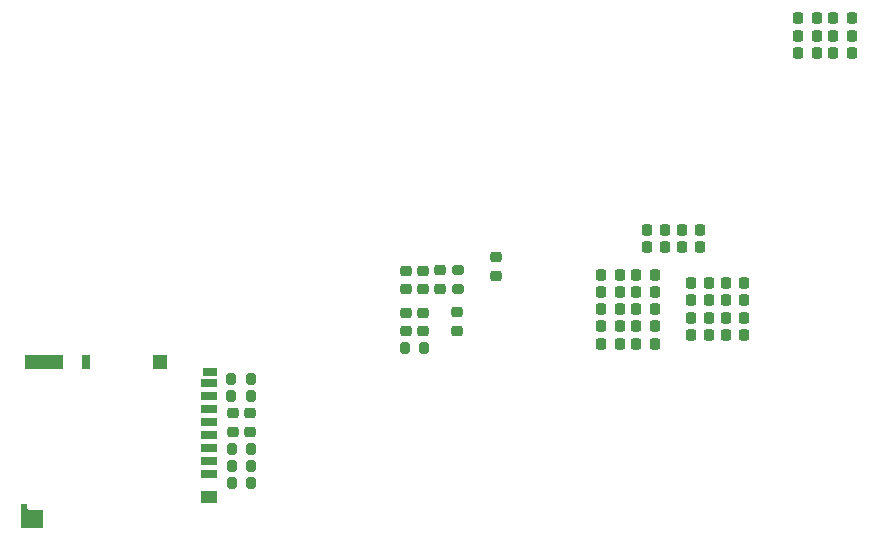
<source format=gbr>
%TF.GenerationSoftware,KiCad,Pcbnew,9.0.3*%
%TF.CreationDate,2025-11-22T18:35:30-05:00*%
%TF.ProjectId,SeedSBC_rev2_0,53656564-5342-4435-9f72-6576325f302e,rev?*%
%TF.SameCoordinates,Original*%
%TF.FileFunction,Paste,Bot*%
%TF.FilePolarity,Positive*%
%FSLAX46Y46*%
G04 Gerber Fmt 4.6, Leading zero omitted, Abs format (unit mm)*
G04 Created by KiCad (PCBNEW 9.0.3) date 2025-11-22 18:35:30*
%MOMM*%
%LPD*%
G01*
G04 APERTURE LIST*
G04 Aperture macros list*
%AMRoundRect*
0 Rectangle with rounded corners*
0 $1 Rounding radius*
0 $2 $3 $4 $5 $6 $7 $8 $9 X,Y pos of 4 corners*
0 Add a 4 corners polygon primitive as box body*
4,1,4,$2,$3,$4,$5,$6,$7,$8,$9,$2,$3,0*
0 Add four circle primitives for the rounded corners*
1,1,$1+$1,$2,$3*
1,1,$1+$1,$4,$5*
1,1,$1+$1,$6,$7*
1,1,$1+$1,$8,$9*
0 Add four rect primitives between the rounded corners*
20,1,$1+$1,$2,$3,$4,$5,0*
20,1,$1+$1,$4,$5,$6,$7,0*
20,1,$1+$1,$6,$7,$8,$9,0*
20,1,$1+$1,$8,$9,$2,$3,0*%
%AMRotRect*
0 Rectangle, with rotation*
0 The origin of the aperture is its center*
0 $1 length*
0 $2 width*
0 $3 Rotation angle, in degrees counterclockwise*
0 Add horizontal line*
21,1,$1,$2,0,0,$3*%
G04 Aperture macros list end*
%ADD10RoundRect,0.225000X0.225000X0.250000X-0.225000X0.250000X-0.225000X-0.250000X0.225000X-0.250000X0*%
%ADD11RoundRect,0.225000X-0.225000X-0.250000X0.225000X-0.250000X0.225000X0.250000X-0.225000X0.250000X0*%
%ADD12RoundRect,0.200000X0.200000X0.275000X-0.200000X0.275000X-0.200000X-0.275000X0.200000X-0.275000X0*%
%ADD13RoundRect,0.225000X-0.250000X0.225000X-0.250000X-0.225000X0.250000X-0.225000X0.250000X0.225000X0*%
%ADD14RoundRect,0.218750X0.256250X-0.218750X0.256250X0.218750X-0.256250X0.218750X-0.256250X-0.218750X0*%
%ADD15RoundRect,0.225000X0.250000X-0.225000X0.250000X0.225000X-0.250000X0.225000X-0.250000X-0.225000X0*%
%ADD16R,1.400000X0.700000*%
%ADD17R,1.200000X0.700000*%
%ADD18R,0.800000X1.200000*%
%ADD19R,1.900000X1.500000*%
%ADD20RotRect,0.200000X0.200000X45.000000*%
%ADD21R,0.500000X0.500000*%
%ADD22R,1.400000X1.000000*%
%ADD23R,3.200000X1.200000*%
%ADD24R,1.200000X1.200000*%
%ADD25RoundRect,0.200000X-0.275000X0.200000X-0.275000X-0.200000X0.275000X-0.200000X0.275000X0.200000X0*%
%ADD26RoundRect,0.218750X-0.256250X0.218750X-0.256250X-0.218750X0.256250X-0.218750X0.256250X0.218750X0*%
G04 APERTURE END LIST*
D10*
%TO.C,C27*%
X156625000Y-93620000D03*
X155075000Y-93620000D03*
%TD*%
D11*
%TO.C,C18*%
X154195000Y-103250000D03*
X155745000Y-103250000D03*
%TD*%
%TO.C,C52*%
X161775000Y-102505000D03*
X163325000Y-102505000D03*
%TD*%
D10*
%TO.C,C49*%
X160365000Y-98115000D03*
X158815000Y-98115000D03*
%TD*%
%TO.C,C50*%
X160365000Y-99575000D03*
X158815000Y-99575000D03*
%TD*%
D12*
%TO.C,R20*%
X136220000Y-103600000D03*
X134570000Y-103600000D03*
%TD*%
D10*
%TO.C,C32*%
X172425000Y-78650000D03*
X170875000Y-78650000D03*
%TD*%
%TO.C,C21*%
X152785000Y-101790000D03*
X151235000Y-101790000D03*
%TD*%
D11*
%TO.C,C31*%
X167915000Y-78650000D03*
X169465000Y-78650000D03*
%TD*%
D10*
%TO.C,C51*%
X160365000Y-101035000D03*
X158815000Y-101035000D03*
%TD*%
D13*
%TO.C,C59*%
X136130000Y-100620000D03*
X136130000Y-102170000D03*
%TD*%
D14*
%TO.C,L8*%
X139050000Y-102170000D03*
X139050000Y-100595000D03*
%TD*%
D10*
%TO.C,C20*%
X152785000Y-100330000D03*
X151235000Y-100330000D03*
%TD*%
%TO.C,C28*%
X156625000Y-95080000D03*
X155075000Y-95080000D03*
%TD*%
D12*
%TO.C,R3*%
X121580000Y-115040000D03*
X119930000Y-115040000D03*
%TD*%
D11*
%TO.C,C26*%
X154195000Y-98870000D03*
X155745000Y-98870000D03*
%TD*%
%TO.C,C24*%
X154195000Y-101790000D03*
X155745000Y-101790000D03*
%TD*%
D15*
%TO.C,C57*%
X134670000Y-98600000D03*
X134670000Y-97050000D03*
%TD*%
D10*
%TO.C,C11*%
X160365000Y-102495000D03*
X158815000Y-102495000D03*
%TD*%
D16*
%TO.C,J2*%
X118040000Y-114310000D03*
X118040000Y-113210000D03*
X118040000Y-112110000D03*
X118040000Y-111010000D03*
X118040000Y-109910000D03*
X118040000Y-108810000D03*
X118040000Y-107710000D03*
X118040000Y-106610000D03*
D17*
X118140000Y-105660000D03*
D18*
X107640000Y-104810000D03*
D19*
X103040000Y-118110000D03*
D20*
X102590000Y-117360000D03*
D21*
X102340000Y-117110000D03*
D22*
X118040000Y-116210000D03*
D23*
X104040000Y-104810000D03*
D24*
X113840000Y-104810000D03*
%TD*%
D12*
%TO.C,R47*%
X121580000Y-112120000D03*
X119930000Y-112120000D03*
%TD*%
D15*
%TO.C,C1*%
X120020000Y-110690000D03*
X120020000Y-109140000D03*
%TD*%
D10*
%TO.C,C19*%
X152785000Y-98870000D03*
X151235000Y-98870000D03*
%TD*%
%TO.C,C22*%
X152785000Y-103250000D03*
X151235000Y-103250000D03*
%TD*%
D11*
%TO.C,C25*%
X154195000Y-100330000D03*
X155745000Y-100330000D03*
%TD*%
D10*
%TO.C,C62*%
X172425000Y-75710000D03*
X170875000Y-75710000D03*
%TD*%
D13*
%TO.C,C44*%
X142330000Y-95930000D03*
X142330000Y-97480000D03*
%TD*%
D10*
%TO.C,C17*%
X152785000Y-97410000D03*
X151235000Y-97410000D03*
%TD*%
D25*
%TO.C,R19*%
X139070000Y-97000000D03*
X139070000Y-98650000D03*
%TD*%
D12*
%TO.C,R45*%
X121560000Y-106240000D03*
X119910000Y-106240000D03*
%TD*%
D11*
%TO.C,C29*%
X158035000Y-95080000D03*
X159585000Y-95080000D03*
%TD*%
%TO.C,C63*%
X167915000Y-75710000D03*
X169465000Y-75710000D03*
%TD*%
D12*
%TO.C,R46*%
X121560000Y-107700000D03*
X119910000Y-107700000D03*
%TD*%
D11*
%TO.C,C30*%
X158035000Y-93620000D03*
X159585000Y-93620000D03*
%TD*%
D13*
%TO.C,C58*%
X134670000Y-100620000D03*
X134670000Y-102170000D03*
%TD*%
D15*
%TO.C,C2*%
X121490000Y-110690000D03*
X121490000Y-109140000D03*
%TD*%
D11*
%TO.C,C53*%
X161775000Y-101035000D03*
X163325000Y-101035000D03*
%TD*%
D26*
%TO.C,L7*%
X137610000Y-97032500D03*
X137610000Y-98607500D03*
%TD*%
D11*
%TO.C,C12*%
X161775000Y-98115000D03*
X163325000Y-98115000D03*
%TD*%
D12*
%TO.C,R2*%
X121580000Y-113580000D03*
X119930000Y-113580000D03*
%TD*%
D15*
%TO.C,C46*%
X136140000Y-98600000D03*
X136140000Y-97050000D03*
%TD*%
D11*
%TO.C,C54*%
X161775000Y-99575000D03*
X163325000Y-99575000D03*
%TD*%
%TO.C,C48*%
X167915000Y-77180000D03*
X169465000Y-77180000D03*
%TD*%
%TO.C,C23*%
X154195000Y-97410000D03*
X155745000Y-97410000D03*
%TD*%
D10*
%TO.C,C47*%
X172425000Y-77180000D03*
X170875000Y-77180000D03*
%TD*%
M02*

</source>
